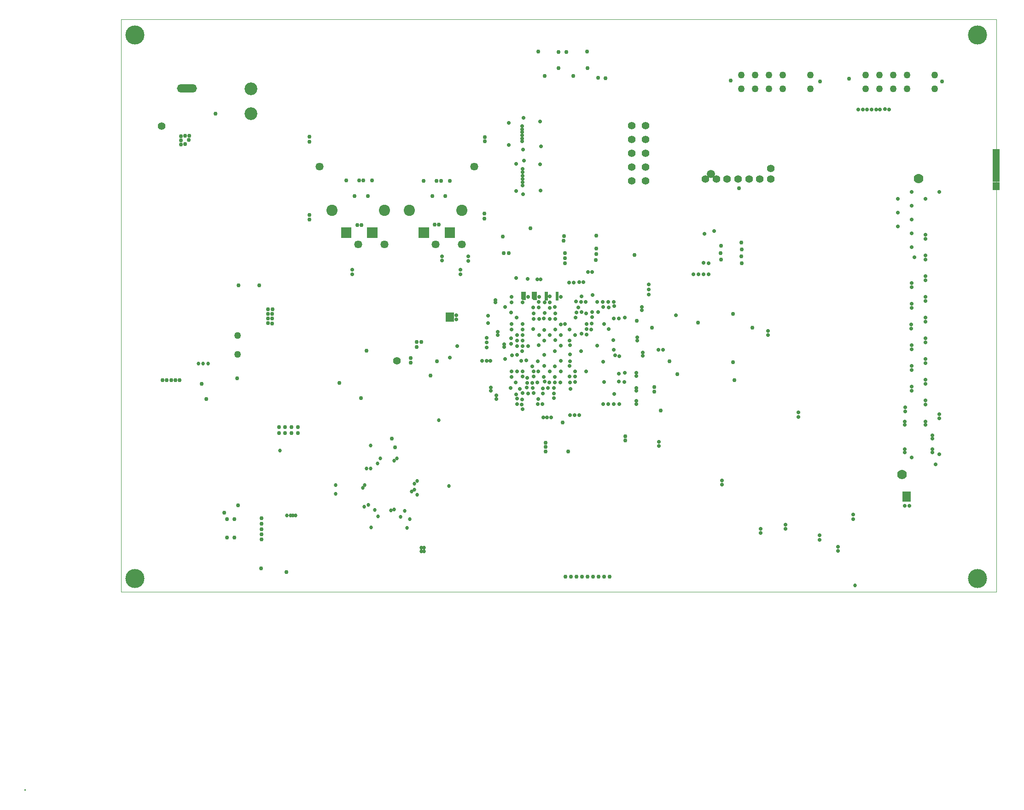
<source format=gbr>
G04 Layer_Physical_Order=2*
G04 Layer_Color=128*
%FSLAX43Y43*%
%MOMM*%
%TF.FileFunction,Copper,L2,Inr,Plane*%
%TF.Part,Single*%
G01*
G75*
%TA.AperFunction,NonConductor*%
%ADD93C,0.051*%
%TA.AperFunction,ComponentPad*%
%ADD94C,1.270*%
%ADD95O,3.683X1.508*%
%TA.AperFunction,ViaPad*%
%ADD96C,3.508*%
%TA.AperFunction,ComponentPad*%
%ADD97C,2.058*%
%ADD98C,1.778*%
%ADD99C,2.358*%
%ADD100C,1.508*%
%ADD101C,1.408*%
%ADD102C,1.458*%
%TA.AperFunction,ViaPad*%
%ADD103C,0.686*%
%ADD104C,0.711*%
%ADD105C,0.762*%
G36*
X146300Y90200D02*
X145700D01*
Y91800D01*
X146300D01*
Y90200D01*
D02*
G37*
G36*
X148200D02*
X147700D01*
Y91800D01*
X148200D01*
Y90200D01*
D02*
G37*
G36*
X142200Y90300D02*
X141600D01*
X141400Y90500D01*
Y91800D01*
X142200D01*
Y90300D01*
D02*
G37*
G36*
X50254Y0D02*
X50000D01*
Y254D01*
X50254D01*
Y0D01*
D02*
G37*
G36*
X213005Y53160D02*
X211481D01*
Y55039D01*
X213005D01*
Y53160D01*
D02*
G37*
G36*
X129019Y86309D02*
X127495D01*
Y87960D01*
X129019D01*
Y86309D01*
D02*
G37*
G36*
X144200Y90300D02*
X143600D01*
X143300Y90600D01*
Y91800D01*
X144200D01*
Y90300D01*
D02*
G37*
G36*
X129172Y101651D02*
X127267D01*
Y103632D01*
X129172D01*
Y101651D01*
D02*
G37*
G36*
X229360Y110538D02*
X228090D01*
Y111935D01*
X229360D01*
Y110538D01*
D02*
G37*
G36*
Y112062D02*
X228090D01*
Y118005D01*
X229360D01*
Y112062D01*
D02*
G37*
G36*
X110122Y101651D02*
X108217D01*
Y103632D01*
X110122D01*
Y101651D01*
D02*
G37*
G36*
X114935D02*
X113030D01*
Y103632D01*
X114935D01*
Y101651D01*
D02*
G37*
G36*
X124384D02*
X122479D01*
Y103632D01*
X124384D01*
Y101651D01*
D02*
G37*
D93*
X228700Y36576D02*
X228700Y141910D01*
X67805Y36576D02*
X228700D01*
X67805D02*
X67805Y141910D01*
X228700Y141910D01*
D94*
X204711Y129159D02*
D03*
X207251D02*
D03*
X209791D02*
D03*
X212331D02*
D03*
X217411D02*
D03*
X204711Y131699D02*
D03*
X207251D02*
D03*
X209791D02*
D03*
X212331D02*
D03*
X217411D02*
D03*
X181851Y129159D02*
D03*
X184391D02*
D03*
X186931D02*
D03*
X189471D02*
D03*
X194551D02*
D03*
X181851Y131699D02*
D03*
X184391D02*
D03*
X186931D02*
D03*
X189471D02*
D03*
X194551D02*
D03*
X89167Y83739D02*
D03*
Y80239D02*
D03*
D95*
X79883Y129199D02*
D03*
D96*
X225285Y139040D02*
D03*
X70345D02*
D03*
X70345Y39040D02*
D03*
X225285D02*
D03*
D97*
X120823Y106738D02*
D03*
X130423D02*
D03*
X106573Y106738D02*
D03*
X116173D02*
D03*
D98*
X211352Y58209D02*
D03*
X214400Y112591D02*
D03*
D99*
X91656Y129134D02*
D03*
Y124534D02*
D03*
D100*
X176242Y113487D02*
D03*
D101*
X175242Y112487D02*
D03*
X177242D02*
D03*
X179242D02*
D03*
X181242D02*
D03*
X183242D02*
D03*
X185242D02*
D03*
X187242D02*
D03*
Y114487D02*
D03*
X118529Y79121D02*
D03*
X161658Y122377D02*
D03*
X164198D02*
D03*
X161658Y119837D02*
D03*
X164198D02*
D03*
X161658Y117297D02*
D03*
X164198D02*
D03*
X161658Y114757D02*
D03*
X164198D02*
D03*
X161658Y112217D02*
D03*
X164198D02*
D03*
X75197Y122301D02*
D03*
D102*
X130423Y100538D02*
D03*
X125623D02*
D03*
X111373D02*
D03*
X116173D02*
D03*
X132753Y114838D02*
D03*
X104253D02*
D03*
D103*
X123500Y44000D02*
D03*
X123000D02*
D03*
X113711Y63500D02*
D03*
X202700Y37795D02*
D03*
X126175Y68123D02*
D03*
X121700Y55400D02*
D03*
X121171Y55042D02*
D03*
X121700Y56500D02*
D03*
X118000Y51700D02*
D03*
X112588Y56210D02*
D03*
X98300Y50600D02*
D03*
X120858Y49958D02*
D03*
X118500Y61100D02*
D03*
X82868Y78610D02*
D03*
X83757D02*
D03*
X107255Y54621D02*
D03*
X107262Y56192D02*
D03*
X112222Y55728D02*
D03*
X97033Y62586D02*
D03*
X113746Y48412D02*
D03*
X114940Y60198D02*
D03*
X115016Y50462D02*
D03*
X119182Y50419D02*
D03*
X115473Y61146D02*
D03*
X119969Y51452D02*
D03*
X114457Y51613D02*
D03*
X120401Y48387D02*
D03*
X81979Y78585D02*
D03*
X117429Y51562D02*
D03*
X112890Y59233D02*
D03*
X113652D02*
D03*
X112459Y52222D02*
D03*
X113271Y52578D02*
D03*
X122212Y54432D02*
D03*
X122238Y57020D02*
D03*
X98900Y50600D02*
D03*
X99400D02*
D03*
X99900D02*
D03*
X118000Y60700D02*
D03*
X123000Y44700D02*
D03*
X123500D02*
D03*
X128064Y56083D02*
D03*
D104*
X143619Y76178D02*
D03*
X167400Y81100D02*
D03*
X143619Y77178D02*
D03*
X166600Y81100D02*
D03*
X213079Y85019D02*
D03*
X141619Y84823D02*
D03*
X213079Y85781D02*
D03*
X141619Y85823D02*
D03*
X212700Y52450D02*
D03*
X147619Y87823D02*
D03*
X211900Y52450D02*
D03*
X147619Y86823D02*
D03*
X211860Y67950D02*
D03*
X146619Y89823D02*
D03*
X211860Y67290D02*
D03*
X146619Y88823D02*
D03*
X211860Y62870D02*
D03*
X144600Y89900D02*
D03*
X211865Y62205D02*
D03*
X144600Y88900D02*
D03*
X139585Y90856D02*
D03*
X199600Y44100D02*
D03*
X139585Y89856D02*
D03*
X199600Y44900D02*
D03*
X196202Y46177D02*
D03*
X139585Y85856D02*
D03*
X215670Y71811D02*
D03*
X139585Y84856D02*
D03*
X196202Y46977D02*
D03*
X215670Y71049D02*
D03*
X185382Y47396D02*
D03*
X139500Y83200D02*
D03*
X215670Y75621D02*
D03*
X185382Y48196D02*
D03*
X139500Y82200D02*
D03*
X215670Y74859D02*
D03*
X189929Y48184D02*
D03*
X140619Y82823D02*
D03*
X218210Y69271D02*
D03*
X189929Y48984D02*
D03*
X140619Y81823D02*
D03*
X218210Y68509D02*
D03*
X213130Y73589D02*
D03*
X140627Y80188D02*
D03*
X213130Y74351D02*
D03*
X139662Y80086D02*
D03*
X215670Y78669D02*
D03*
X142297Y79145D02*
D03*
X215670Y79431D02*
D03*
X141400Y79100D02*
D03*
X215695Y67950D02*
D03*
X202400Y50000D02*
D03*
X142433Y74993D02*
D03*
X215695Y67290D02*
D03*
X202400Y50800D02*
D03*
X142433Y75993D02*
D03*
X213130Y77399D02*
D03*
X140619Y77178D02*
D03*
X213130Y78161D02*
D03*
X139619Y77178D02*
D03*
X215670Y82479D02*
D03*
X140300Y75100D02*
D03*
X215670Y83241D02*
D03*
X139400Y74100D02*
D03*
X216940Y62210D02*
D03*
X141619Y77178D02*
D03*
X178300Y56300D02*
D03*
X216940Y62870D02*
D03*
X141619Y76178D02*
D03*
X178300Y57100D02*
D03*
X208217Y125374D02*
D03*
X209029Y125349D02*
D03*
X151524Y87960D02*
D03*
X206606Y125287D02*
D03*
X154419Y87122D02*
D03*
X207353Y125298D02*
D03*
X154394Y88087D02*
D03*
X205764Y125309D02*
D03*
X158407Y89916D02*
D03*
X204947Y125331D02*
D03*
X157467Y88925D02*
D03*
X204156Y125327D02*
D03*
X152464Y88023D02*
D03*
X203340Y125324D02*
D03*
X151882Y88895D02*
D03*
X155486Y88036D02*
D03*
X153175Y89891D02*
D03*
X152413Y90932D02*
D03*
X149421Y85877D02*
D03*
X163500Y88400D02*
D03*
Y89000D02*
D03*
X148628Y85801D02*
D03*
X157442Y84912D02*
D03*
X160446Y87020D02*
D03*
X213130Y93401D02*
D03*
X145326Y73076D02*
D03*
X213130Y92639D02*
D03*
X145377Y73965D02*
D03*
X215670Y94671D02*
D03*
X147400Y72200D02*
D03*
X215670Y93909D02*
D03*
X147384Y73101D02*
D03*
X162500Y71100D02*
D03*
X146300Y74100D02*
D03*
X215670Y98481D02*
D03*
X147400Y74100D02*
D03*
X215670Y97719D02*
D03*
X213119Y61265D02*
D03*
X218275Y61874D02*
D03*
X217589Y60020D02*
D03*
X211936Y70541D02*
D03*
Y69779D02*
D03*
X136800Y72700D02*
D03*
Y72100D02*
D03*
X143619Y73178D02*
D03*
X215670Y86289D02*
D03*
X142600Y73100D02*
D03*
X215670Y87051D02*
D03*
Y90861D02*
D03*
X144400Y71100D02*
D03*
X215670Y90099D02*
D03*
X144494Y72092D02*
D03*
X213130Y89591D02*
D03*
X143400Y75000D02*
D03*
X213130Y88829D02*
D03*
X144300Y75100D02*
D03*
X192291Y68783D02*
D03*
X141516Y72009D02*
D03*
X192291Y69583D02*
D03*
X141465Y71069D02*
D03*
X166662Y64211D02*
D03*
X216965Y64750D02*
D03*
X166662Y63411D02*
D03*
X142400Y74200D02*
D03*
X216965Y65410D02*
D03*
X141619Y73178D02*
D03*
X150300Y69100D02*
D03*
X145682Y75235D02*
D03*
X146545Y75108D02*
D03*
X145275Y71095D02*
D03*
X143500Y74100D02*
D03*
X147511Y75108D02*
D03*
X213678Y98171D02*
D03*
X141619Y81823D02*
D03*
X142619D02*
D03*
X215670Y102291D02*
D03*
Y101529D02*
D03*
X163700Y80000D02*
D03*
X158600Y80100D02*
D03*
X159398Y79934D02*
D03*
X145600Y80200D02*
D03*
X147500Y80900D02*
D03*
X143600Y88900D02*
D03*
X155359Y81915D02*
D03*
X144500Y77100D02*
D03*
X148600Y77137D02*
D03*
X150300Y80300D02*
D03*
X135300Y86000D02*
D03*
X144400Y79000D02*
D03*
X144539Y81966D02*
D03*
X143421Y78061D02*
D03*
X138400Y89000D02*
D03*
X153300Y87800D02*
D03*
X151400Y90000D02*
D03*
X158400Y81100D02*
D03*
X159335Y76709D02*
D03*
X150400Y73900D02*
D03*
X175781Y95021D02*
D03*
X151263Y75178D02*
D03*
X174858Y95021D02*
D03*
X151263Y76178D02*
D03*
X173935Y95021D02*
D03*
X163700Y80600D02*
D03*
X160312Y75209D02*
D03*
X169812Y87478D02*
D03*
X153300Y77100D02*
D03*
X148600Y79100D02*
D03*
X147500Y78100D02*
D03*
X158458Y73025D02*
D03*
X150330Y79019D02*
D03*
X147543Y76102D02*
D03*
X140400Y110300D02*
D03*
Y115300D02*
D03*
X146900Y68700D02*
D03*
X152800Y93600D02*
D03*
X141516Y122276D02*
D03*
Y121707D02*
D03*
Y121138D02*
D03*
Y120569D02*
D03*
Y120000D02*
D03*
Y119431D02*
D03*
X141618Y114402D02*
D03*
Y113782D02*
D03*
Y113162D02*
D03*
Y112542D02*
D03*
Y111923D02*
D03*
Y111303D02*
D03*
X152000Y69100D02*
D03*
X151200D02*
D03*
X138400Y79400D02*
D03*
X146600Y90900D02*
D03*
X129426Y86677D02*
D03*
X128200Y79700D02*
D03*
X129600Y81800D02*
D03*
X164800Y91300D02*
D03*
Y92200D02*
D03*
X145400Y68700D02*
D03*
X146100D02*
D03*
X160400Y76900D02*
D03*
X152000Y93600D02*
D03*
X154500Y91200D02*
D03*
X154400Y95400D02*
D03*
X153600D02*
D03*
X150200Y93500D02*
D03*
X152400Y80900D02*
D03*
X135800Y73600D02*
D03*
Y74200D02*
D03*
X135000Y82500D02*
D03*
Y79100D02*
D03*
X135700D02*
D03*
X134200D02*
D03*
X152438Y84049D02*
D03*
X154292Y85928D02*
D03*
X150330Y75133D02*
D03*
X156426Y78943D02*
D03*
X141897Y115900D02*
D03*
X144806Y115202D02*
D03*
X144932Y110451D02*
D03*
X141694Y109728D02*
D03*
X139090Y122821D02*
D03*
Y118833D02*
D03*
X141706Y117919D02*
D03*
X145008Y118528D02*
D03*
X144844Y123114D02*
D03*
X141745Y123749D02*
D03*
X145529Y86893D02*
D03*
X147561Y89002D02*
D03*
X153341Y85901D02*
D03*
Y83901D02*
D03*
Y84901D02*
D03*
X176848Y102921D02*
D03*
X175095Y102489D02*
D03*
X174858Y97087D02*
D03*
X175781Y97053D02*
D03*
X173012Y95021D02*
D03*
X141516Y80885D02*
D03*
X144619Y83823D02*
D03*
X146619D02*
D03*
X148628Y83820D02*
D03*
X144619Y86823D02*
D03*
X150305Y81966D02*
D03*
X151263Y83823D02*
D03*
X154263Y84823D02*
D03*
X156600Y85900D02*
D03*
X146619Y77178D02*
D03*
X141619Y89823D02*
D03*
X145619Y78178D02*
D03*
X151263Y77178D02*
D03*
X150263Y76178D02*
D03*
X141592Y70180D02*
D03*
X140602Y83845D02*
D03*
X147612Y82855D02*
D03*
X150228Y82829D02*
D03*
X145580D02*
D03*
X140500Y87020D02*
D03*
X152341Y89901D02*
D03*
X155341D02*
D03*
X156341D02*
D03*
X158341Y86901D02*
D03*
X145500Y76100D02*
D03*
X148541Y75101D02*
D03*
X150263Y78178D02*
D03*
X139600Y76100D02*
D03*
X159322Y75235D02*
D03*
X156600Y75180D02*
D03*
X156400Y71100D02*
D03*
X157400D02*
D03*
X158400D02*
D03*
X159400D02*
D03*
X158300Y82900D02*
D03*
X162500Y73600D02*
D03*
Y74100D02*
D03*
Y76900D02*
D03*
Y76300D02*
D03*
X162700Y83400D02*
D03*
Y82800D02*
D03*
X137000Y84400D02*
D03*
Y83800D02*
D03*
X135012Y81523D02*
D03*
X138200Y82100D02*
D03*
Y81600D02*
D03*
X135000Y83300D02*
D03*
X162500Y71700D02*
D03*
X142507Y94132D02*
D03*
X144300Y94100D02*
D03*
X144900D02*
D03*
X129426Y87477D02*
D03*
X143609Y87823D02*
D03*
Y86823D02*
D03*
X164800Y93100D02*
D03*
X151000Y93500D02*
D03*
X148619Y90823D02*
D03*
X157341Y89901D02*
D03*
X144619Y90823D02*
D03*
X145700Y89800D02*
D03*
X145656Y87884D02*
D03*
X146619Y86823D02*
D03*
X150228Y84836D02*
D03*
X147619Y84823D02*
D03*
X145631Y84785D02*
D03*
X143600Y84900D02*
D03*
X210590Y108895D02*
D03*
X213130Y110165D02*
D03*
Y107625D02*
D03*
X210590Y106355D02*
D03*
X213130Y105085D02*
D03*
X210590Y103815D02*
D03*
X213130Y100005D02*
D03*
X218210Y110165D02*
D03*
X215670Y108895D02*
D03*
X213130Y102545D02*
D03*
X141078Y73895D02*
D03*
X135300Y87400D02*
D03*
X139478Y87954D02*
D03*
X136600Y90300D02*
D03*
Y89800D02*
D03*
X140400Y72900D02*
D03*
X158500Y89200D02*
D03*
X156400Y89000D02*
D03*
X159271Y86868D02*
D03*
X151321Y87071D02*
D03*
X142619Y90823D02*
D03*
X140449Y94310D02*
D03*
X110274Y95034D02*
D03*
Y95834D02*
D03*
X130213Y95834D02*
D03*
X126759Y97536D02*
D03*
X131600Y97500D02*
D03*
X126759Y98336D02*
D03*
X131600Y98300D02*
D03*
X130213Y95034D02*
D03*
X141619Y83823D02*
D03*
X186700Y84600D02*
D03*
X141619Y82823D02*
D03*
X186700Y83800D02*
D03*
X148628Y81915D02*
D03*
X140619Y72178D02*
D03*
X213130Y81209D02*
D03*
X140600Y71100D02*
D03*
X213130Y81971D02*
D03*
D105*
X218783Y130505D02*
D03*
X201638Y131013D02*
D03*
X162649Y86487D02*
D03*
X179885Y130668D02*
D03*
X196314Y130520D02*
D03*
X160490Y64465D02*
D03*
X125844Y79019D02*
D03*
X109145Y112261D02*
D03*
X111545D02*
D03*
X112341D02*
D03*
X113942D02*
D03*
X113145Y109423D02*
D03*
X110745D02*
D03*
X123406Y112210D02*
D03*
X125806D02*
D03*
X126606D02*
D03*
X128203D02*
D03*
X127406Y109372D02*
D03*
X125006D02*
D03*
X150000Y62400D02*
D03*
X118200Y63200D02*
D03*
X124700Y76400D02*
D03*
X183900Y85200D02*
D03*
X162200Y98600D02*
D03*
X181400Y110800D02*
D03*
X150901Y131508D02*
D03*
X145643Y131533D02*
D03*
X137960Y101981D02*
D03*
X143015Y103505D02*
D03*
X165443Y85141D02*
D03*
X107887Y75006D02*
D03*
X83482Y72060D02*
D03*
X111925Y72212D02*
D03*
X117564Y64745D02*
D03*
X112903Y80963D02*
D03*
X157620Y39395D02*
D03*
X154572D02*
D03*
X149492D02*
D03*
X156604D02*
D03*
X155588D02*
D03*
X153556D02*
D03*
X151524D02*
D03*
X150508D02*
D03*
X152540D02*
D03*
X86715Y51169D02*
D03*
X88583Y46546D02*
D03*
X87262Y46571D02*
D03*
X122974Y82575D02*
D03*
X122111Y81636D02*
D03*
Y82575D02*
D03*
X121044Y79604D02*
D03*
Y78715D02*
D03*
X102400Y105105D02*
D03*
X98179Y40239D02*
D03*
X89345Y92989D02*
D03*
X85157Y124581D02*
D03*
X82614Y74879D02*
D03*
X134582Y105258D02*
D03*
Y106147D02*
D03*
X134633Y119431D02*
D03*
Y120269D02*
D03*
X102426Y119405D02*
D03*
Y120294D02*
D03*
X102400Y105918D02*
D03*
X111988Y104089D02*
D03*
X126212Y104140D02*
D03*
X125412Y104140D02*
D03*
X111188Y104089D02*
D03*
X178067Y97688D02*
D03*
X178041Y98933D02*
D03*
X178067Y100254D02*
D03*
X87262Y50000D02*
D03*
X88583Y49950D02*
D03*
X153581Y132918D02*
D03*
X149695Y135915D02*
D03*
X153505Y135941D02*
D03*
X148247Y132944D02*
D03*
Y135915D02*
D03*
X144513Y136017D02*
D03*
X173901Y86106D02*
D03*
X148984Y67742D02*
D03*
X160490Y65187D02*
D03*
X145885Y64008D02*
D03*
X168618Y78994D02*
D03*
X180327Y78816D02*
D03*
Y87757D02*
D03*
X145885Y62416D02*
D03*
Y63221D02*
D03*
X139060Y98874D02*
D03*
X89091Y75842D02*
D03*
X78779Y120441D02*
D03*
X79567Y120466D02*
D03*
X80329D02*
D03*
X78779Y119679D02*
D03*
X80200Y119700D02*
D03*
X78754Y118917D02*
D03*
X79592Y118942D02*
D03*
X93186Y92955D02*
D03*
X75375Y75537D02*
D03*
X76187D02*
D03*
X76975D02*
D03*
X77737D02*
D03*
X78499D02*
D03*
X96863Y65811D02*
D03*
X97955D02*
D03*
X99124D02*
D03*
X100292D02*
D03*
Y66904D02*
D03*
X99124D02*
D03*
X97955D02*
D03*
X96863D02*
D03*
X93637Y46203D02*
D03*
Y47168D02*
D03*
Y48108D02*
D03*
Y49124D02*
D03*
Y50165D02*
D03*
X93498Y40881D02*
D03*
X155181Y99746D02*
D03*
X155156Y102083D02*
D03*
X149263Y102057D02*
D03*
X149187Y101168D02*
D03*
X149365Y98882D02*
D03*
Y97028D02*
D03*
X138163Y98882D02*
D03*
X155512Y131115D02*
D03*
X156832Y131089D02*
D03*
X95593Y85976D02*
D03*
Y86865D02*
D03*
X95618Y88542D02*
D03*
X95593Y87754D02*
D03*
X94755Y86002D02*
D03*
Y86891D02*
D03*
X94780Y88542D02*
D03*
Y87754D02*
D03*
X155131Y98730D02*
D03*
X155105Y97612D02*
D03*
X149365Y97993D02*
D03*
X180568Y75536D02*
D03*
X170100Y76600D02*
D03*
X165800Y73400D02*
D03*
Y74300D02*
D03*
X167000Y69900D02*
D03*
X89268Y52476D02*
D03*
X181851Y100838D02*
D03*
X181877Y99568D02*
D03*
X181801Y98298D02*
D03*
X181928Y97028D02*
D03*
%TF.MD5,a0d62e56a646ae82290fce1db352090a*%
M02*

</source>
